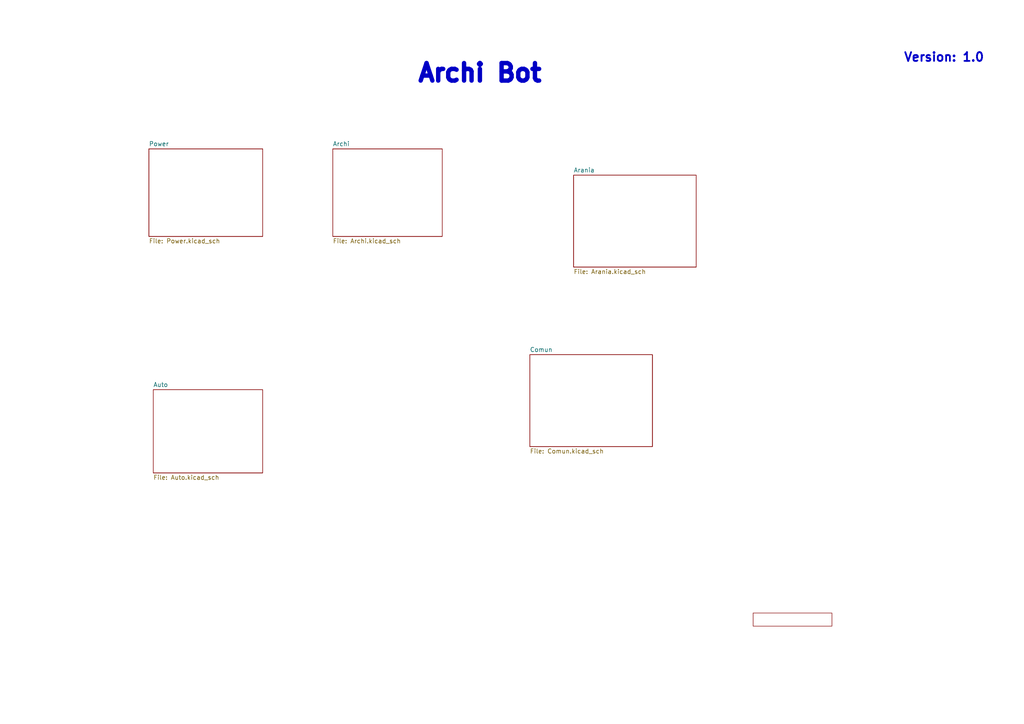
<source format=kicad_sch>
(kicad_sch
	(version 20231120)
	(generator "eeschema")
	(generator_version "8.0")
	(uuid "e63e39d7-6ac0-4ffd-8aa3-1841a4541b55")
	(paper "A4")
	(title_block
		(title "Archi Bot")
		(date "2024-06-24")
		(rev "1.0")
	)
	(lib_symbols)
	(text_box ""
		(exclude_from_sim no)
		(at 218.44 177.8 0)
		(size 22.86 3.81)
		(stroke
			(width 0)
			(type default)
			(color 132 0 0 1)
		)
		(fill
			(type none)
		)
		(effects
			(font
				(size 1.27 1.27)
			)
			(justify left top)
			(href "https://archikids.com.ar")
		)
		(uuid "cc2ce820-0b25-477d-aa6d-728830dbd0c5")
	)
	(text "Version: ${REVISION}"
		(exclude_from_sim no)
		(at 273.812 16.764 0)
		(effects
			(font
				(size 2.54 2.54)
				(bold yes)
			)
		)
		(uuid "590aae6e-ce92-4095-96a5-8e410317f810")
	)
	(text "${TITLE}"
		(exclude_from_sim no)
		(at 139.192 21.336 0)
		(effects
			(font
				(size 5.08 5.08)
				(thickness 2.54)
				(bold yes)
			)
		)
		(uuid "798e8dbd-23c4-4543-96bd-a61a9eb01db2")
	)
	(sheet
		(at 166.37 50.8)
		(size 35.56 26.67)
		(fields_autoplaced yes)
		(stroke
			(width 0.1524)
			(type solid)
		)
		(fill
			(color 0 0 0 0.0000)
		)
		(uuid "2971addb-a03b-4f30-bc70-6bc63fae2c84")
		(property "Sheetname" "Arania"
			(at 166.37 50.0884 0)
			(effects
				(font
					(size 1.27 1.27)
				)
				(justify left bottom)
			)
		)
		(property "Sheetfile" "Arania.kicad_sch"
			(at 166.37 78.0546 0)
			(effects
				(font
					(size 1.27 1.27)
				)
				(justify left top)
			)
		)
		(instances
			(project "ArchiBot"
				(path "/e63e39d7-6ac0-4ffd-8aa3-1841a4541b55"
					(page "6")
				)
			)
		)
	)
	(sheet
		(at 43.18 43.18)
		(size 33.02 25.4)
		(fields_autoplaced yes)
		(stroke
			(width 0.1524)
			(type solid)
		)
		(fill
			(color 0 0 0 0.0000)
		)
		(uuid "5cfd787d-4139-413d-942e-6c87b4316b27")
		(property "Sheetname" "Power"
			(at 43.18 42.4684 0)
			(effects
				(font
					(size 1.27 1.27)
				)
				(justify left bottom)
			)
		)
		(property "Sheetfile" "Power.kicad_sch"
			(at 43.18 69.1646 0)
			(effects
				(font
					(size 1.27 1.27)
				)
				(justify left top)
			)
		)
		(instances
			(project "ArchiBot"
				(path "/e63e39d7-6ac0-4ffd-8aa3-1841a4541b55"
					(page "2")
				)
			)
		)
	)
	(sheet
		(at 153.67 102.87)
		(size 35.56 26.67)
		(fields_autoplaced yes)
		(stroke
			(width 0.1524)
			(type solid)
		)
		(fill
			(color 0 0 0 0.0000)
		)
		(uuid "aae10d8b-8927-4742-ab02-19333ce33af9")
		(property "Sheetname" "Comun"
			(at 153.67 102.1584 0)
			(effects
				(font
					(size 1.27 1.27)
				)
				(justify left bottom)
			)
		)
		(property "Sheetfile" "Comun.kicad_sch"
			(at 153.67 130.1246 0)
			(effects
				(font
					(size 1.27 1.27)
				)
				(justify left top)
			)
		)
		(instances
			(project "ArchiBot"
				(path "/e63e39d7-6ac0-4ffd-8aa3-1841a4541b55"
					(page "4")
				)
			)
		)
	)
	(sheet
		(at 96.52 43.18)
		(size 31.75 25.4)
		(fields_autoplaced yes)
		(stroke
			(width 0.1524)
			(type solid)
		)
		(fill
			(color 0 0 0 0.0000)
		)
		(uuid "b884adbc-a8b2-4c02-abce-5cda7e46c7c7")
		(property "Sheetname" "Archi"
			(at 96.52 42.4684 0)
			(effects
				(font
					(size 1.27 1.27)
				)
				(justify left bottom)
			)
		)
		(property "Sheetfile" "Archi.kicad_sch"
			(at 96.52 69.1646 0)
			(effects
				(font
					(size 1.27 1.27)
				)
				(justify left top)
			)
		)
		(instances
			(project "ArchiBot"
				(path "/e63e39d7-6ac0-4ffd-8aa3-1841a4541b55"
					(page "3")
				)
			)
		)
	)
	(sheet
		(at 44.45 113.03)
		(size 31.75 24.13)
		(fields_autoplaced yes)
		(stroke
			(width 0.1524)
			(type solid)
		)
		(fill
			(color 0 0 0 0.0000)
		)
		(uuid "bb1de5cb-a068-4878-9ae1-6c548462fdae")
		(property "Sheetname" "Auto"
			(at 44.45 112.3184 0)
			(effects
				(font
					(size 1.27 1.27)
				)
				(justify left bottom)
			)
		)
		(property "Sheetfile" "Auto.kicad_sch"
			(at 44.45 137.7446 0)
			(effects
				(font
					(size 1.27 1.27)
				)
				(justify left top)
			)
		)
		(instances
			(project "ArchiBot"
				(path "/e63e39d7-6ac0-4ffd-8aa3-1841a4541b55"
					(page "5")
				)
			)
		)
	)
	(sheet_instances
		(path "/"
			(page "1")
		)
	)
)

</source>
